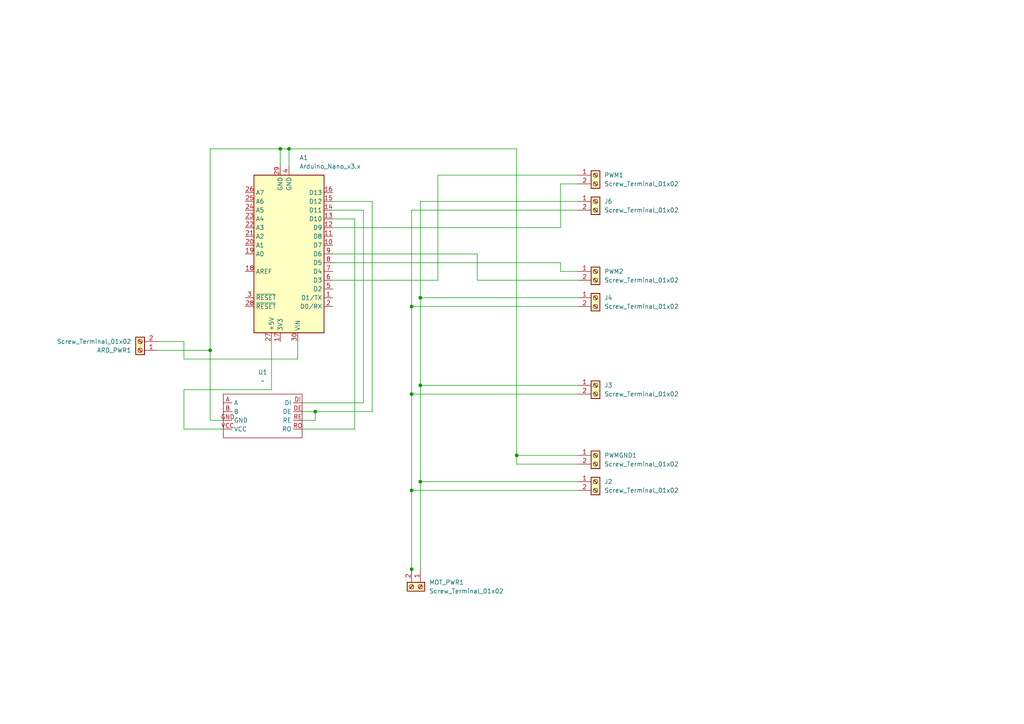
<source format=kicad_sch>
(kicad_sch (version 20231120) (generator "eeschema") (generator_version "8.0")
  (paper "A4")
  (lib_symbols
    (symbol "Connector:Screw_Terminal_01x02" (pin_names (offset 1.016) hide)
      (property "Reference" "J" (at 0 2.54 0))
      (property "Value" "Screw_Terminal_01x02" (at 0 -5.08 0))
      (symbol "Screw_Terminal_01x02_1_1"
        (rectangle (start -1.27 1.27) (end 1.27 -3.81) (stroke (width 0.254)) (fill (type background)))
        (circle (center 0 -2.54) (radius 0.635) (stroke (width 0.1524)))
        (polyline (pts (xy -0.5334 -2.2098) (xy 0.3302 -3.048)) (stroke (width 0.1524)))
        (polyline (pts (xy -0.5334 0.3302) (xy 0.3302 -0.508)) (stroke (width 0.1524)))
        (polyline (pts (xy -0.3556 -2.032) (xy 0.508 -2.8702)) (stroke (width 0.1524)))
        (polyline (pts (xy -0.3556 0.508) (xy 0.508 -0.3302)) (stroke (width 0.1524)))
        (circle (center 0 0) (radius 0.635) (stroke (width 0.1524)))
        (pin passive line (at -5.08 0 0) (length 3.81) (name "Pin_1") (number "1"))
        (pin passive line (at -5.08 -2.54 0) (length 3.81) (name "Pin_2") (number "2"))
      )
    )
    (symbol "Interface_UART:RS485_Board"
      (property "Reference" "U1" (at 0 -10.16 0))
      (property "Value" "~" (at 0 -7.62 0))
      (symbol "RS485_Board_0_1"
        (rectangle (start -11.43 8.89) (end 11.43 -3.81))
      )
      (symbol "RS485_Board_1_1"
        (pin input line (at 11.43 -1.27 180) (length 2.54) (name "A") (number "A"))
        (pin input line (at 11.43 1.27 180) (length 2.54) (name "B") (number "B"))
        (pin input line (at -11.43 1.27 0) (length 2.54) (name "DE") (number "DE"))
        (pin input line (at -11.43 -1.27 0) (length 2.54) (name "DI") (number "DI"))
        (pin input line (at 11.43 3.81 180) (length 2.54) (name "GND") (number "GND"))
        (pin input line (at -11.43 3.81 0) (length 2.54) (name "RE") (number "RE"))
        (pin input line (at -11.43 6.35 0) (length 2.54) (name "RO") (number "RO"))
        (pin input line (at 11.43 6.35 180) (length 2.54) (name "VCC") (number "VCC"))
      )
    )
    (symbol "MCU_Module:Arduino_Nano_v3.x"
      (property "Reference" "A" (at -10.16 23.495 0))
      (property "Value" "Arduino_Nano_v3.x" (at 5.08 -24.13 0))
      (symbol "Arduino_Nano_v3.x_0_1"
        (rectangle (start -10.16 22.86) (end 10.16 -22.86) (stroke (width 0.254)) (fill (type background)))
      )
      (symbol "Arduino_Nano_v3.x_1_1"
        (pin bidirectional line (at -12.7 12.7 0) (length 2.54) (name "D1/TX") (number "1"))
        (pin bidirectional line (at -12.7 -2.54 0) (length 2.54) (name "D7") (number "10"))
        (pin bidirectional line (at -12.7 -5.08 0) (length 2.54) (name "D8") (number "11"))
        (pin bidirectional line (at -12.7 -7.62 0) (length 2.54) (name "D9") (number "12"))
        (pin bidirectional line (at -12.7 -10.16 0) (length 2.54) (name "D10") (number "13"))
        (pin bidirectional line (at -12.7 -12.7 0) (length 2.54) (name "D11") (number "14"))
        (pin bidirectional line (at -12.7 -15.24 0) (length 2.54) (name "D12") (number "15"))
        (pin bidirectional line (at -12.7 -17.78 0) (length 2.54) (name "D13") (number "16"))
        (pin power_out line (at 2.54 25.4 270) (length 2.54) (name "3V3") (number "17"))
        (pin input line (at 12.7 5.08 180) (length 2.54) (name "AREF") (number "18"))
        (pin bidirectional line (at 12.7 0 180) (length 2.54) (name "A0") (number "19"))
        (pin bidirectional line (at -12.7 15.24 0) (length 2.54) (name "D0/RX") (number "2"))
        (pin bidirectional line (at 12.7 -2.54 180) (length 2.54) (name "A1") (number "20"))
        (pin bidirectional line (at 12.7 -5.08 180) (length 2.54) (name "A2") (number "21"))
        (pin bidirectional line (at 12.7 -7.62 180) (length 2.54) (name "A3") (number "22"))
        (pin bidirectional line (at 12.7 -10.16 180) (length 2.54) (name "A4") (number "23"))
        (pin bidirectional line (at 12.7 -12.7 180) (length 2.54) (name "A5") (number "24"))
        (pin bidirectional line (at 12.7 -15.24 180) (length 2.54) (name "A6") (number "25"))
        (pin bidirectional line (at 12.7 -17.78 180) (length 2.54) (name "A7") (number "26"))
        (pin power_out line (at 5.08 25.4 270) (length 2.54) (name "+5V") (number "27"))
        (pin input line (at 12.7 15.24 180) (length 2.54) (name "~{RESET}") (number "28"))
        (pin power_in line (at 2.54 -25.4 90) (length 2.54) (name "GND") (number "29"))
        (pin input line (at 12.7 12.7 180) (length 2.54) (name "~{RESET}") (number "3"))
        (pin power_in line (at -2.54 25.4 270) (length 2.54) (name "VIN") (number "30"))
        (pin power_in line (at 0 -25.4 90) (length 2.54) (name "GND") (number "4"))
        (pin bidirectional line (at -12.7 10.16 0) (length 2.54) (name "D2") (number "5"))
        (pin bidirectional line (at -12.7 7.62 0) (length 2.54) (name "D3") (number "6"))
        (pin bidirectional line (at -12.7 5.08 0) (length 2.54) (name "D4") (number "7"))
        (pin bidirectional line (at -12.7 2.54 0) (length 2.54) (name "D5") (number "8"))
        (pin bidirectional line (at -12.7 0 0) (length 2.54) (name "D6") (number "9"))
      )
    )
  )
  (junction (at 91.44 119.38))
  (junction (at 121.92 111.76))
  (junction (at 83.82 43.18))
  (junction (at 119.38 88.9))
  (junction (at 60.96 101.6))
  (junction (at 119.38 142.24))
  (junction (at 149.86 132.08))
  (junction (at 119.38 165.1))
  (junction (at 121.92 139.7))
  (junction (at 119.38 114.3))
  (junction (at 121.92 86.36))
  (junction (at 81.28 43.18))
  (wire (pts (xy 119.38 114.3) (xy 167.64 114.3)))
  (wire (pts (xy 60.96 101.6) (xy 60.96 121.92)))
  (wire (pts (xy 149.86 132.08) (xy 149.86 134.62)))
  (wire (pts (xy 60.96 101.6) (xy 60.96 43.18)))
  (wire (pts (xy 86.36 104.14) (xy 53.34 104.14)))
  (wire (pts (xy 121.92 111.76) (xy 121.92 86.36)))
  (wire (pts (xy 60.96 121.92) (xy 64.77 121.92)))
  (wire (pts (xy 119.38 142.24) (xy 167.64 142.24)))
  (wire (pts (xy 81.28 43.18) (xy 81.28 48.26)))
  (wire (pts (xy 119.38 60.96) (xy 167.64 60.96)))
  (wire (pts (xy 102.87 124.46) (xy 102.87 63.5)))
  (wire (pts (xy 96.52 81.28) (xy 127 81.28)))
  (wire (pts (xy 119.38 88.9) (xy 119.38 114.3)))
  (wire (pts (xy 167.64 81.28) (xy 138.43 81.28)))
  (wire (pts (xy 53.34 124.46) (xy 64.77 124.46)))
  (wire (pts (xy 119.38 60.96) (xy 119.38 88.9)))
  (wire (pts (xy 119.38 142.24) (xy 119.38 165.1)))
  (wire (pts (xy 162.56 53.34) (xy 167.64 53.34)))
  (wire (pts (xy 119.38 165.1) (xy 119.38 167.64)))
  (wire (pts (xy 53.34 113.03) (xy 53.34 124.46)))
  (wire (pts (xy 138.43 81.28) (xy 138.43 73.66)))
  (wire (pts (xy 121.92 111.76) (xy 167.64 111.76)))
  (wire (pts (xy 121.92 86.36) (xy 167.64 86.36)))
  (wire (pts (xy 86.36 99.06) (xy 86.36 104.14)))
  (wire (pts (xy 96.52 73.66) (xy 138.43 73.66)))
  (wire (pts (xy 119.38 114.3) (xy 119.38 142.24)))
  (wire (pts (xy 87.63 124.46) (xy 102.87 124.46)))
  (wire (pts (xy 162.56 78.74) (xy 167.64 78.74)))
  (wire (pts (xy 78.74 113.03) (xy 53.34 113.03)))
  (wire (pts (xy 167.64 50.8) (xy 127 50.8)))
  (wire (pts (xy 105.41 116.84) (xy 105.41 60.96)))
  (wire (pts (xy 60.96 43.18) (xy 81.28 43.18)))
  (wire (pts (xy 102.87 63.5) (xy 96.52 63.5)))
  (wire (pts (xy 121.92 58.42) (xy 167.64 58.42)))
  (wire (pts (xy 105.41 60.96) (xy 96.52 60.96)))
  (wire (pts (xy 107.95 119.38) (xy 107.95 58.42)))
  (wire (pts (xy 162.56 76.2) (xy 162.56 78.74)))
  (wire (pts (xy 87.63 121.92) (xy 91.44 121.92)))
  (wire (pts (xy 121.92 165.1) (xy 121.92 139.7)))
  (wire (pts (xy 121.92 139.7) (xy 121.92 111.76)))
  (wire (pts (xy 149.86 132.08) (xy 167.64 132.08)))
  (wire (pts (xy 119.38 88.9) (xy 167.64 88.9)))
  (wire (pts (xy 121.92 86.36) (xy 121.92 58.42)))
  (wire (pts (xy 53.34 104.14) (xy 53.34 99.06)))
  (wire (pts (xy 87.63 116.84) (xy 105.41 116.84)))
  (wire (pts (xy 91.44 119.38) (xy 91.44 121.92)))
  (wire (pts (xy 121.92 139.7) (xy 167.64 139.7)))
  (wire (pts (xy 83.82 43.18) (xy 149.86 43.18)))
  (wire (pts (xy 87.63 119.38) (xy 91.44 119.38)))
  (wire (pts (xy 149.86 43.18) (xy 149.86 132.08)))
  (wire (pts (xy 83.82 43.18) (xy 81.28 43.18)))
  (wire (pts (xy 107.95 58.42) (xy 96.52 58.42)))
  (wire (pts (xy 53.34 99.06) (xy 45.72 99.06)))
  (wire (pts (xy 149.86 134.62) (xy 167.64 134.62)))
  (wire (pts (xy 45.72 101.6) (xy 60.96 101.6)))
  (wire (pts (xy 96.52 66.04) (xy 162.56 66.04)))
  (wire (pts (xy 162.56 66.04) (xy 162.56 53.34)))
  (wire (pts (xy 78.74 99.06) (xy 78.74 113.03)))
  (wire (pts (xy 83.82 48.26) (xy 83.82 43.18)))
  (wire (pts (xy 96.52 76.2) (xy 162.56 76.2)))
  (wire (pts (xy 91.44 119.38) (xy 107.95 119.38)))
  (wire (pts (xy 127 50.8) (xy 127 81.28)))
  (symbol (lib_id "Connector:Screw_Terminal_01x02") (at 172.72 78.74 0) (unit 1)
    (property "Reference" "PWM2" (at 175.26 78.7399 0) (effects (justify left)))
    (property "Value" "Screw_Terminal_01x02" (at 175.26 81.2799 0) (effects (justify left)))
    (property "Footprint" "myFootprints.pretty-master:screw 2x2" (effects (hide yes)))
    (property "Description" "Generic screw terminal, single row, 01x02, script generated (kicad-library-utils/schlib/autogen/connector/)" (effects (hide yes)))
  )
  (symbol (lib_id "Connector:Screw_Terminal_01x02") (at 172.72 50.8 0) (unit 1)
    (property "Reference" "PWM1" (at 175.26 50.7999 0) (effects (justify left)))
    (property "Value" "Screw_Terminal_01x02" (at 175.26 53.3399 0) (effects (justify left)))
    (property "Footprint" "myFootprints.pretty-master:screw 2x2" (effects (hide yes)))
    (property "Description" "Generic screw terminal, single row, 01x02, script generated (kicad-library-utils/schlib/autogen/connector/)" (effects (hide yes)))
  )
  (symbol (lib_id "Connector:Screw_Terminal_01x02") (at 40.64 101.6 180) (unit 1)
    (property "Reference" "ARD_PWR1" (at 38.1 101.6001 0) (effects (justify left)))
    (property "Value" "Screw_Terminal_01x02" (at 38.1 99.0601 0) (effects (justify left)))
    (property "Footprint" "myFootprints.pretty-master:Barrier 2x2" (effects (hide yes)))
    (property "Description" "Generic screw terminal, single row, 01x02, script generated (kicad-library-utils/schlib/autogen/connector/)" (effects (hide yes)))
  )
  (symbol (lib_id "Interface_UART:RS485_Board") (at 76.2 118.11 180) (unit 1)
    (property "Reference" "U1" (at 76.2 107.95 0))
    (property "Value" "~" (at 76.2 110.49 0))
    (property "Footprint" "myFootprints.pretty-master:RS485_Board" (effects (hide yes)))
  )
  (symbol (lib_id "Connector:Screw_Terminal_01x02") (at 172.72 86.36 0) (unit 1)
    (property "Reference" "J4" (at 175.26 86.3599 0) (effects (justify left)))
    (property "Value" "Screw_Terminal_01x02" (at 175.26 88.8999 0) (effects (justify left)))
    (property "Footprint" "myFootprints.pretty-master:Barrier 2x2" (effects (hide yes)))
    (property "Description" "Generic screw terminal, single row, 01x02, script generated (kicad-library-utils/schlib/autogen/connector/)" (effects (hide yes)))
  )
  (symbol (lib_id "Connector:Screw_Terminal_01x02") (at 172.72 58.42 0) (unit 1)
    (property "Reference" "J6" (at 175.26 58.4199 0) (effects (justify left)))
    (property "Value" "Screw_Terminal_01x02" (at 175.26 60.9599 0) (effects (justify left)))
    (property "Footprint" "myFootprints.pretty-master:Barrier 2x2" (effects (hide yes)))
    (property "Description" "Generic screw terminal, single row, 01x02, script generated (kicad-library-utils/schlib/autogen/connector/)" (effects (hide yes)))
  )
  (symbol (lib_id "MCU_Module:Arduino_Nano_v3.x") (at 83.82 73.66 180) (unit 1)
    (property "Reference" "A1" (at 86.8365 45.72 0) (effects (justify right)))
    (property "Value" "Arduino_Nano_v3.x" (at 86.8365 48.26 0) (effects (justify right)))
    (property "Footprint" "Module:Arduino_Nano" (effects (hide yes)))
    (property "Datasheet" "http://www.mouser.com/pdfdocs/Gravitech_Arduino_Nano3_0.pdf" (effects (hide yes)))
    (property "Description" "Arduino Nano v3.x" (effects (hide yes)))
  )
  (symbol (lib_id "Connector:Screw_Terminal_01x02") (at 172.72 111.76 0) (unit 1)
    (property "Reference" "J3" (at 175.26 111.7599 0) (effects (justify left)))
    (property "Value" "Screw_Terminal_01x02" (at 175.26 114.2999 0) (effects (justify left)))
    (property "Footprint" "myFootprints.pretty-master:Barrier 2x2" (effects (hide yes)))
    (property "Description" "Generic screw terminal, single row, 01x02, script generated (kicad-library-utils/schlib/autogen/connector/)" (effects (hide yes)))
  )
  (symbol (lib_id "Connector:Screw_Terminal_01x02") (at 172.72 132.08 0) (unit 1)
    (property "Reference" "PWMGND1" (at 175.26 132.0799 0) (effects (justify left)))
    (property "Value" "Screw_Terminal_01x02" (at 175.26 134.6199 0) (effects (justify left)))
    (property "Footprint" "myFootprints.pretty-master:screw 2x2" (effects (hide yes)))
    (property "Description" "Generic screw terminal, single row, 01x02, script generated (kicad-library-utils/schlib/autogen/connector/)" (effects (hide yes)))
  )
  (symbol (lib_id "Connector:Screw_Terminal_01x02") (at 172.72 139.7 0) (unit 1)
    (property "Reference" "J2" (at 175.26 139.6999 0) (effects (justify left)))
    (property "Value" "Screw_Terminal_01x02" (at 175.26 142.2399 0) (effects (justify left)))
    (property "Footprint" "myFootprints.pretty-master:Barrier 2x2" (effects (hide yes)))
    (property "Description" "Generic screw terminal, single row, 01x02, script generated (kicad-library-utils/schlib/autogen/connector/)" (effects (hide yes)))
  )
  (symbol (lib_id "Connector:Screw_Terminal_01x02") (at 121.92 170.18 270) (unit 1)
    (property "Reference" "MOT_PWR1" (at 124.46 168.9099 90) (effects (justify left)))
    (property "Value" "Screw_Terminal_01x02" (at 124.46 171.4499 90) (effects (justify left)))
    (property "Footprint" "myFootprints.pretty-master:Barrier 2x2" (effects (hide yes)))
    (property "Description" "Generic screw terminal, single row, 01x02, script generated (kicad-library-utils/schlib/autogen/connector/)" (effects (hide yes)))
  )
)
</source>
